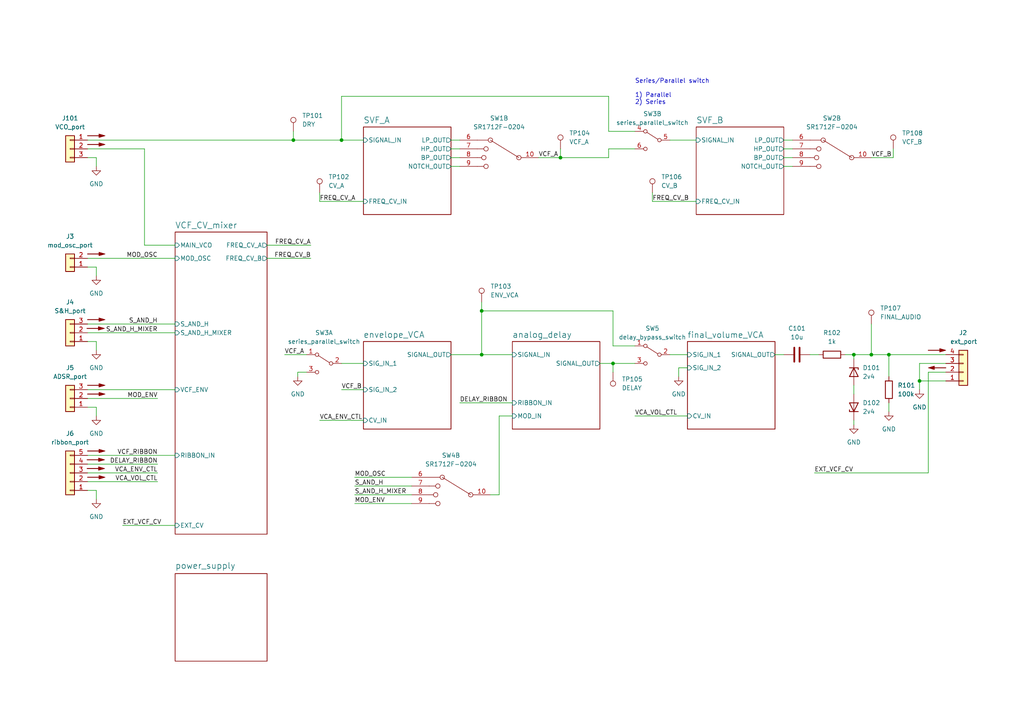
<source format=kicad_sch>
(kicad_sch (version 20211123) (generator eeschema)
  (paper "A4")
  (title_block (title "Josh Ox Ribbon Synth VCF/VCA/BBD board") (date "2023-01-07") (rev "1.0") (comment 1 "creativecommons.org/licenses/by/4.0/") (comment 2 "License: CC by 4.0") (comment 3 "Author: Jordan Aceto"))
  (lib_symbols
    (symbol "Connector:TestPoint" (pin_numbers hide) (pin_names (offset 0.762) hide)
      (property "Reference" "TP" (at 0 6.858 0))
      (property "Value" "TestPoint" (at 0 5.08 0))
      (symbol "TestPoint_0_1"
        (circle (center 0 3.302) (radius 0.762))
      )
      (symbol "TestPoint_1_1"
        (pin passive line (at 0 0 90) (length 2.54) (name "1") (number "1"))
      )
    )
    (symbol "Connector_Generic:Conn_01x02" (pin_names (offset 1.016) hide)
      (property "Reference" "J" (at 0 2.54 0))
      (property "Value" "Conn_01x02" (at 0 -5.08 0))
      (symbol "Conn_01x02_1_1"
        (rectangle (start -1.27 -2.413) (end 0 -2.667) (stroke (width 0.1524)))
        (rectangle (start -1.27 0.127) (end 0 -0.127) (stroke (width 0.1524)))
        (rectangle (start -1.27 1.27) (end 1.27 -3.81) (stroke (width 0.254)) (fill (type background)))
        (pin passive line (at -5.08 0 0) (length 3.81) (name "Pin_1") (number "1"))
        (pin passive line (at -5.08 -2.54 0) (length 3.81) (name "Pin_2") (number "2"))
      )
    )
    (symbol "Connector_Generic:Conn_01x03" (pin_names (offset 1.016) hide)
      (property "Reference" "J" (at 0 5.08 0))
      (property "Value" "Conn_01x03" (at 0 -5.08 0))
      (symbol "Conn_01x03_1_1"
        (rectangle (start -1.27 -2.413) (end 0 -2.667) (stroke (width 0.1524)))
        (rectangle (start -1.27 0.127) (end 0 -0.127) (stroke (width 0.1524)))
        (rectangle (start -1.27 2.667) (end 0 2.413) (stroke (width 0.1524)))
        (rectangle (start -1.27 3.81) (end 1.27 -3.81) (stroke (width 0.254)) (fill (type background)))
        (pin passive line (at -5.08 2.54 0) (length 3.81) (name "Pin_1") (number "1"))
        (pin passive line (at -5.08 0 0) (length 3.81) (name "Pin_2") (number "2"))
        (pin passive line (at -5.08 -2.54 0) (length 3.81) (name "Pin_3") (number "3"))
      )
    )
    (symbol "Connector_Generic:Conn_01x04" (pin_names (offset 1.016) hide)
      (property "Reference" "J" (at 0 5.08 0))
      (property "Value" "Conn_01x04" (at 0 -7.62 0))
      (symbol "Conn_01x04_1_1"
        (rectangle (start -1.27 -4.953) (end 0 -5.207) (stroke (width 0.1524)))
        (rectangle (start -1.27 -2.413) (end 0 -2.667) (stroke (width 0.1524)))
        (rectangle (start -1.27 0.127) (end 0 -0.127) (stroke (width 0.1524)))
        (rectangle (start -1.27 2.667) (end 0 2.413) (stroke (width 0.1524)))
        (rectangle (start -1.27 3.81) (end 1.27 -6.35) (stroke (width 0.254)) (fill (type background)))
        (pin passive line (at -5.08 2.54 0) (length 3.81) (name "Pin_1") (number "1"))
        (pin passive line (at -5.08 0 0) (length 3.81) (name "Pin_2") (number "2"))
        (pin passive line (at -5.08 -2.54 0) (length 3.81) (name "Pin_3") (number "3"))
        (pin passive line (at -5.08 -5.08 0) (length 3.81) (name "Pin_4") (number "4"))
      )
    )
    (symbol "Connector_Generic:Conn_01x05" (pin_names (offset 1.016) hide)
      (property "Reference" "J" (at 0 7.62 0))
      (property "Value" "Conn_01x05" (at 0 -7.62 0))
      (symbol "Conn_01x05_1_1"
        (rectangle (start -1.27 -4.953) (end 0 -5.207) (stroke (width 0.1524)))
        (rectangle (start -1.27 -2.413) (end 0 -2.667) (stroke (width 0.1524)))
        (rectangle (start -1.27 0.127) (end 0 -0.127) (stroke (width 0.1524)))
        (rectangle (start -1.27 2.667) (end 0 2.413) (stroke (width 0.1524)))
        (rectangle (start -1.27 5.207) (end 0 4.953) (stroke (width 0.1524)))
        (rectangle (start -1.27 6.35) (end 1.27 -6.35) (stroke (width 0.254)) (fill (type background)))
        (pin passive line (at -5.08 5.08 0) (length 3.81) (name "Pin_1") (number "1"))
        (pin passive line (at -5.08 2.54 0) (length 3.81) (name "Pin_2") (number "2"))
        (pin passive line (at -5.08 0 0) (length 3.81) (name "Pin_3") (number "3"))
        (pin passive line (at -5.08 -2.54 0) (length 3.81) (name "Pin_4") (number "4"))
        (pin passive line (at -5.08 -5.08 0) (length 3.81) (name "Pin_5") (number "5"))
      )
    )
    (symbol "Device:C" (pin_numbers hide) (pin_names (offset 0.254))
      (property "Reference" "C" (at 0.635 2.54 0))
      (property "Value" "C" (at 0.635 -2.54 0))
      (symbol "C_0_1"
        (polyline (pts (xy -2.032 -0.762) (xy 2.032 -0.762)) (stroke (width 0.508)))
        (polyline (pts (xy -2.032 0.762) (xy 2.032 0.762)) (stroke (width 0.508)))
      )
      (symbol "C_1_1"
        (pin passive line (at 0 3.81 270) (length 2.794) (name "~") (number "1"))
        (pin passive line (at 0 -3.81 90) (length 2.794) (name "~") (number "2"))
      )
    )
    (symbol "Device:D_Zener" (pin_numbers hide) (pin_names (offset 1.016) hide)
      (property "Reference" "D" (at 0 2.54 0))
      (property "Value" "D_Zener" (at 0 -2.54 0))
      (symbol "D_Zener_0_1"
        (polyline (pts (xy 1.27 0) (xy -1.27 0)))
        (polyline (pts (xy -1.27 -1.27) (xy -1.27 1.27) (xy -0.762 1.27)) (stroke (width 0.254)))
        (polyline (pts (xy 1.27 -1.27) (xy 1.27 1.27) (xy -1.27 0) (xy 1.27 -1.27)) (stroke (width 0.254)))
      )
      (symbol "D_Zener_1_1"
        (pin passive line (at -3.81 0 0) (length 2.54) (name "K") (number "1"))
        (pin passive line (at 3.81 0 180) (length 2.54) (name "A") (number "2"))
      )
    )
    (symbol "Device:R" (pin_numbers hide) (pin_names (offset 0))
      (property "Reference" "R" (at 2.032 0 90))
      (property "Value" "R" (at 0 0 90))
      (symbol "R_0_1"
        (rectangle (start -1.016 -2.54) (end 1.016 2.54) (stroke (width 0.254)))
      )
      (symbol "R_1_1"
        (pin passive line (at 0 3.81 270) (length 1.27) (name "~") (number "1"))
        (pin passive line (at 0 -3.81 90) (length 1.27) (name "~") (number "2"))
      )
    )
    (symbol "Graphic:SYM_Arrow_Normal" (pin_names (offset 1.016))
      (symbol "SYM_Arrow_Normal_0_1"
        (polyline (pts (xy 1.524 0) (xy -2.54 0)) (stroke (width 0.254)))
        (polyline (pts (xy 2.54 0) (xy 0.762 -0.508) (xy 0.762 0.508) (xy 2.54 0)) (fill (type outline)))
      )
    )
    (symbol "Switch:SW_DPDT_x2" (pin_names (offset 0) hide)
      (property "Reference" "SW" (at 0 4.318 0))
      (property "Value" "SW_DPDT_x2" (at 0 -5.08 0))
      (symbol "SW_DPDT_x2_0_0"
        (circle (center -2.032 0) (radius 0.508))
        (circle (center 2.032 -2.54) (radius 0.508))
      )
      (symbol "SW_DPDT_x2_0_1"
        (polyline (pts (xy -1.524 0.254) (xy 1.651 2.286)))
        (circle (center 2.032 2.54) (radius 0.508))
      )
      (symbol "SW_DPDT_x2_1_1"
        (pin passive line (at 5.08 2.54 180) (length 2.54) (name "A") (number "1"))
        (pin passive line (at -5.08 0 0) (length 2.54) (name "B") (number "2"))
        (pin passive line (at 5.08 -2.54 180) (length 2.54) (name "C") (number "3"))
      )
      (symbol "SW_DPDT_x2_2_1"
        (pin passive line (at 5.08 2.54 180) (length 2.54) (name "A") (number "4"))
        (pin passive line (at -5.08 0 0) (length 2.54) (name "B") (number "5"))
        (pin passive line (at 5.08 -2.54 180) (length 2.54) (name "C") (number "6"))
      )
    )
    (symbol "Switch:SW_SPDT" (pin_names (offset 0) hide)
      (property "Reference" "SW" (at 0 4.318 0))
      (property "Value" "SW_SPDT" (at 0 -5.08 0))
      (symbol "SW_SPDT_0_0"
        (circle (center -2.032 0) (radius 0.508))
        (circle (center 2.032 -2.54) (radius 0.508))
      )
      (symbol "SW_SPDT_0_1"
        (polyline (pts (xy -1.524 0.254) (xy 1.651 2.286)))
        (circle (center 2.032 2.54) (radius 0.508))
      )
      (symbol "SW_SPDT_1_1"
        (pin passive line (at 5.08 2.54 180) (length 2.54) (name "A") (number "1"))
        (pin passive line (at -5.08 0 0) (length 2.54) (name "B") (number "2"))
        (pin passive line (at 5.08 -2.54 180) (length 2.54) (name "C") (number "3"))
      )
    )
    (symbol "custom_symbols:SR1712F-0204" (pin_names (offset 1.016) hide)
      (property "Reference" "SW101" (at -1.27 11.43 0))
      (property "Value" "SR1712F-0204" (at -1.27 8.89 0))
      (symbol "SR1712F-0204_0_0"
        (circle (center -4.445 0) (radius 0.635))
        (polyline (pts (xy -4.445 0) (xy 3.81 5.08)))
        (polyline (pts (xy 4.445 5.08) (xy 7.62 5.08)))
        (polyline (pts (xy 5.715 -2.54) (xy 7.62 -2.54)))
        (polyline (pts (xy 5.715 2.54) (xy 7.62 2.54)))
        (polyline (pts (xy 6.35 0) (xy 7.62 0)))
        (circle (center 3.81 5.08) (radius 0.635))
        (circle (center 5.08 -2.54) (radius 0.635))
        (circle (center 5.08 2.54) (radius 0.635))
        (circle (center 5.715 0) (radius 0.635))
      )
      (symbol "SR1712F-0204_1_1"
        (pin passive line (at -10.16 0 0) (length 5.08) (name "1") (number "1"))
        (pin passive line (at 12.7 5.08 180) (length 5.08) (name "2") (number "2"))
        (pin passive line (at 12.7 2.54 180) (length 5.08) (name "3") (number "3"))
        (pin passive line (at 12.7 0 180) (length 5.08) (name "4") (number "4"))
        (pin passive line (at 12.7 -2.54 180) (length 5.08) (name "5") (number "5"))
      )
      (symbol "SR1712F-0204_2_1"
        (pin passive line (at -10.16 0 0) (length 5.08) (name "10") (number "10"))
        (pin passive line (at 12.7 5.08 180) (length 5.08) (name "6") (number "6"))
        (pin passive line (at 12.7 2.54 180) (length 5.08) (name "7") (number "7"))
        (pin passive line (at 12.7 0 180) (length 5.08) (name "8") (number "8"))
        (pin passive line (at 12.7 -2.54 180) (length 5.08) (name "9") (number "9"))
      )
    )
    (symbol "power:GND" (power) (pin_names (offset 0))
      (property "Value" "GND" (at 0 -3.81 0))
      (symbol "GND_0_1"
        (polyline (pts (xy 0 0) (xy 0 -1.27) (xy 1.27 -1.27) (xy 0 -2.54) (xy -1.27 -1.27) (xy 0 -1.27)))
      )
      (symbol "GND_1_1"
        (pin power_in line (at 0 0 270) (length 0) hide (name "GND") (number "1"))
      )
    )
  )
  (junction (at 247.65 102.87))
  (junction (at 85.09 40.64))
  (junction (at 99.06 40.64))
  (junction (at 177.8 105.41))
  (junction (at 139.7 90.17))
  (junction (at 257.81 102.87))
  (junction (at 162.56 45.72))
  (junction (at 252.73 102.87))
  (junction (at 139.7 102.87))
  (junction (at 266.7 110.49))
  (wire (pts (xy 92.71 58.42) (xy 105.41 58.42)))
  (wire (pts (xy 25.4 43.18) (xy 41.91 43.18)))
  (wire (pts (xy 144.78 120.65) (xy 148.59 120.65)))
  (wire (pts (xy 86.36 107.95) (xy 88.9 107.95)))
  (wire (pts (xy 274.32 105.41) (xy 266.7 105.41)))
  (wire (pts (xy 105.41 121.92) (xy 92.71 121.92)))
  (wire (pts (xy 27.94 80.01) (xy 27.94 77.47)))
  (wire (pts (xy 99.06 27.94) (xy 176.53 27.94)))
  (wire (pts (xy 194.31 40.64) (xy 201.93 40.64)))
  (wire (pts (xy 102.87 140.97) (xy 119.38 140.97)))
  (wire (pts (xy 189.23 55.88) (xy 189.23 58.42)))
  (wire (pts (xy 142.24 143.51) (xy 144.78 143.51)))
  (wire (pts (xy 177.8 100.33) (xy 177.8 90.17)))
  (wire (pts (xy 177.8 105.41) (xy 184.15 105.41)))
  (wire (pts (xy 102.87 146.05) (xy 119.38 146.05)))
  (wire (pts (xy 27.94 142.24) (xy 25.4 142.24)))
  (wire (pts (xy 247.65 102.87) (xy 252.73 102.87)))
  (wire (pts (xy 227.33 48.26) (xy 229.87 48.26)))
  (wire (pts (xy 41.91 43.18) (xy 41.91 71.12)))
  (wire (pts (xy 27.94 118.11) (xy 25.4 118.11)))
  (wire (pts (xy 176.53 43.18) (xy 184.15 43.18)))
  (wire (pts (xy 257.81 102.87) (xy 274.32 102.87)))
  (wire (pts (xy 102.87 143.51) (xy 119.38 143.51)))
  (wire (pts (xy 177.8 90.17) (xy 139.7 90.17)))
  (wire (pts (xy 173.99 105.41) (xy 177.8 105.41)))
  (wire (pts (xy 82.55 102.87) (xy 88.9 102.87)))
  (wire (pts (xy 25.4 137.16) (xy 45.72 137.16)))
  (wire (pts (xy 25.4 134.62) (xy 45.72 134.62)))
  (wire (pts (xy 130.81 102.87) (xy 139.7 102.87)))
  (wire (pts (xy 139.7 87.63) (xy 139.7 90.17)))
  (wire (pts (xy 266.7 113.03) (xy 266.7 110.49)))
  (wire (pts (xy 27.94 120.65) (xy 27.94 118.11)))
  (wire (pts (xy 130.81 48.26) (xy 133.35 48.26)))
  (wire (pts (xy 257.81 102.87) (xy 257.81 109.22)))
  (wire (pts (xy 130.81 40.64) (xy 133.35 40.64)))
  (wire (pts (xy 25.4 132.08) (xy 50.8 132.08)))
  (wire (pts (xy 130.81 45.72) (xy 133.35 45.72)))
  (wire (pts (xy 196.85 106.68) (xy 199.39 106.68)))
  (wire (pts (xy 236.22 137.16) (xy 269.24 137.16)))
  (wire (pts (xy 252.73 45.72) (xy 259.08 45.72)))
  (wire (pts (xy 227.33 45.72) (xy 229.87 45.72)))
  (wire (pts (xy 99.06 105.41) (xy 105.41 105.41)))
  (wire (pts (xy 194.31 102.87) (xy 199.39 102.87)))
  (wire (pts (xy 27.94 144.78) (xy 27.94 142.24)))
  (wire (pts (xy 41.91 71.12) (xy 50.8 71.12)))
  (wire (pts (xy 156.21 45.72) (xy 162.56 45.72)))
  (wire (pts (xy 199.39 120.65) (xy 184.15 120.65)))
  (wire (pts (xy 85.09 40.64) (xy 99.06 40.64)))
  (wire (pts (xy 102.87 138.43) (xy 119.38 138.43)))
  (wire (pts (xy 77.47 74.93) (xy 90.17 74.93)))
  (wire (pts (xy 27.94 77.47) (xy 25.4 77.47)))
  (wire (pts (xy 227.33 40.64) (xy 229.87 40.64)))
  (wire (pts (xy 148.59 116.84) (xy 133.35 116.84)))
  (wire (pts (xy 25.4 93.98) (xy 50.8 93.98)))
  (wire (pts (xy 274.32 107.95) (xy 269.24 107.95)))
  (wire (pts (xy 25.4 40.64) (xy 85.09 40.64)))
  (wire (pts (xy 99.06 113.03) (xy 105.41 113.03)))
  (wire (pts (xy 99.06 40.64) (xy 105.41 40.64)))
  (wire (pts (xy 247.65 121.92) (xy 247.65 123.19)))
  (wire (pts (xy 176.53 27.94) (xy 176.53 38.1)))
  (wire (pts (xy 227.33 43.18) (xy 229.87 43.18)))
  (wire (pts (xy 77.47 71.12) (xy 90.17 71.12)))
  (wire (pts (xy 27.94 101.6) (xy 27.94 99.06)))
  (wire (pts (xy 259.08 43.18) (xy 259.08 45.72)))
  (wire (pts (xy 27.94 99.06) (xy 25.4 99.06)))
  (wire (pts (xy 234.95 102.87) (xy 237.49 102.87)))
  (wire (pts (xy 252.73 93.98) (xy 252.73 102.87)))
  (wire (pts (xy 139.7 90.17) (xy 139.7 102.87)))
  (wire (pts (xy 144.78 143.51) (xy 144.78 120.65)))
  (wire (pts (xy 247.65 104.14) (xy 247.65 102.87)))
  (wire (pts (xy 184.15 100.33) (xy 177.8 100.33)))
  (wire (pts (xy 162.56 45.72) (xy 176.53 45.72)))
  (wire (pts (xy 177.8 107.95) (xy 177.8 105.41)))
  (wire (pts (xy 130.81 43.18) (xy 133.35 43.18)))
  (wire (pts (xy 85.09 38.1) (xy 85.09 40.64)))
  (wire (pts (xy 99.06 40.64) (xy 99.06 27.94)))
  (wire (pts (xy 201.93 58.42) (xy 189.23 58.42)))
  (wire (pts (xy 25.4 113.03) (xy 50.8 113.03)))
  (wire (pts (xy 25.4 96.52) (xy 50.8 96.52)))
  (wire (pts (xy 257.81 119.38) (xy 257.81 116.84)))
  (wire (pts (xy 266.7 110.49) (xy 274.32 110.49)))
  (wire (pts (xy 266.7 105.41) (xy 266.7 110.49)))
  (wire (pts (xy 184.15 38.1) (xy 176.53 38.1)))
  (wire (pts (xy 25.4 115.57) (xy 45.72 115.57)))
  (wire (pts (xy 27.94 45.72) (xy 25.4 45.72)))
  (wire (pts (xy 139.7 102.87) (xy 148.59 102.87)))
  (wire (pts (xy 25.4 74.93) (xy 50.8 74.93)))
  (wire (pts (xy 92.71 55.88) (xy 92.71 58.42)))
  (wire (pts (xy 247.65 114.3) (xy 247.65 111.76)))
  (wire (pts (xy 196.85 109.22) (xy 196.85 106.68)))
  (wire (pts (xy 224.79 102.87) (xy 227.33 102.87)))
  (wire (pts (xy 245.11 102.87) (xy 247.65 102.87)))
  (wire (pts (xy 162.56 43.18) (xy 162.56 45.72)))
  (wire (pts (xy 25.4 139.7) (xy 45.72 139.7)))
  (wire (pts (xy 86.36 107.95) (xy 86.36 109.22)))
  (wire (pts (xy 35.56 152.4) (xy 50.8 152.4)))
  (wire (pts (xy 176.53 45.72) (xy 176.53 43.18)))
  (wire (pts (xy 27.94 48.26) (xy 27.94 45.72)))
  (wire (pts (xy 252.73 102.87) (xy 257.81 102.87)))
  (wire (pts (xy 269.24 107.95) (xy 269.24 137.16)))
  (text "Series/Parallel switch\n\n1) Parallel\n2) Series" (at 184.15 30.48 0) (effects (font (size 1.27 1.27)) (justify left bottom)))
  (label "EXT_VCF_CV" (at 236.22 137.16 0))
  (label "S_AND_H" (at 45.72 93.98 180))
  (label "FREQ_CV_B" (at 189.23 58.42 0))
  (label "FREQ_CV_A" (at 90.17 71.12 180))
  (label "MOD_ENV" (at 102.87 146.05 0))
  (label "VCF_A" (at 156.21 45.72 0))
  (label "VCF_RIBBON" (at 45.72 132.08 180))
  (label "VCA_ENV_CTL" (at 92.71 121.92 0))
  (label "VCA_VOL_CTL" (at 45.72 139.7 180))
  (label "MOD_ENV" (at 45.72 115.57 180))
  (label "DELAY_RIBBON" (at 45.72 134.62 180))
  (label "DELAY_RIBBON" (at 133.35 116.84 0))
  (label "MOD_OSC" (at 45.72 74.93 180))
  (label "VCF_B" (at 252.73 45.72 0))
  (label "S_AND_H" (at 102.87 140.97 0))
  (label "EXT_VCF_CV" (at 35.56 152.4 0))
  (label "VCF_A" (at 82.55 102.87 0))
  (label "VCA_VOL_CTL" (at 184.15 120.65 0))
  (label "VCA_ENV_CTL" (at 45.72 137.16 180))
  (label "MOD_OSC" (at 102.87 138.43 0))
  (label "S_AND_H_MIXER" (at 102.87 143.51 0))
  (label "S_AND_H_MIXER" (at 45.72 96.52 180))
  (label "FREQ_CV_A" (at 92.71 58.42 0))
  (label "FREQ_CV_B" (at 90.17 74.93 180))
  (label "VCF_B" (at 99.06 113.03 0))
  (symbol (lib_id "power:GND") (at 247.65 123.19 0) (unit 1)
    (property "Reference" "#PWR0125" (effects hide))
    (property "Value" "GND" (at 247.65 128.27 0))
  )
  (symbol (lib_id "Graphic:SYM_Arrow_Normal") (at 27.94 41.91 0) (unit 1)
    (property "Reference" "#SYM113" (effects hide))
    (property "Value" "SYM_Arrow_Normal" (effects hide))
  )
  (symbol (lib_id "Connector_Generic:Conn_01x03") (at 20.32 96.52 180) (unit 1)
    (property "Reference" "J4" (at 20.32 87.63 0))
    (property "Value" "S&H_port" (at 20.32 90.17 0))
    (property "Footprint" "Connector_Molex:Molex_KK-254_AE-6410-03A_1x03_P2.54mm_Vertical" (effects hide))
  )
  (symbol (lib_id "Connector_Generic:Conn_01x03") (at 20.32 43.18 0) (mirror y) (unit 1)
    (property "Reference" "J101" (at 20.32 34.29 0))
    (property "Value" "VCO_port" (at 20.32 36.83 0))
    (property "Footprint" "Connector_Molex:Molex_KK-254_AE-6410-03A_1x03_P2.54mm_Vertical" (effects hide))
  )
  (symbol (lib_id "Graphic:SYM_Arrow_Normal") (at 27.94 39.37 0) (unit 1)
    (property "Reference" "#SYM104" (effects hide))
    (property "Value" "SYM_Arrow_Normal" (effects hide))
  )
  (symbol (lib_id "Graphic:SYM_Arrow_Normal") (at 27.94 111.76 0) (unit 1)
    (property "Reference" "#SYM107" (effects hide))
    (property "Value" "SYM_Arrow_Normal" (effects hide))
  )
  (symbol (lib_id "power:GND") (at 27.94 101.6 0) (mirror y) (unit 1)
    (property "Reference" "#PWR0103" (effects hide))
    (property "Value" "GND" (at 27.94 106.68 0))
  )
  (symbol (lib_id "Connector:TestPoint") (at 252.73 93.98 0) (unit 1) (in_bom no)
    (property "Reference" "TP107" (at 255.27 89.4079 0) (effects (justify left)))
    (property "Value" "FINAL_AUDIO" (at 255.27 91.9479 0) (effects (justify left)))
    (property "Footprint" "TestPoint:TestPoint_Keystone_5000-5004_Miniature" (effects hide))
  )
  (symbol (lib_id "Switch:SW_DPDT_x2") (at 189.23 40.64 0) (mirror y) (unit 2)
    (property "Reference" "SW3" (at 189.23 33.02 0))
    (property "Value" "series_parallel_switch" (at 189.23 35.56 0))
    (property "Footprint" "custom_footprints:DPDT_mini_toggle" (effects hide))
  )
  (symbol (lib_id "Connector_Generic:Conn_01x02") (at 20.32 77.47 180) (unit 1)
    (property "Reference" "J3" (at 20.32 68.58 0))
    (property "Value" "mod_osc_port" (at 20.32 71.12 0))
    (property "Footprint" "Connector_Molex:Molex_KK-254_AE-6410-02A_1x02_P2.54mm_Vertical" (effects hide))
  )
  (symbol (lib_id "Device:D_Zener") (at 247.65 107.95 270) (unit 1)
    (property "Reference" "D101" (at 250.19 106.6799 90) (effects (justify left)))
    (property "Value" "2v4" (at 250.19 109.2199 90) (effects (justify left)))
    (property "Footprint" "Diode_SMD:D_SOD-123" (effects hide))
  )
  (symbol (lib_id "Graphic:SYM_Arrow_Normal") (at 27.8149 135.89 0) (unit 1)
    (property "Reference" "#SYM103" (effects hide))
    (property "Value" "SYM_Arrow_Normal" (effects hide))
  )
  (symbol (lib_id "Graphic:SYM_Arrow_Normal") (at 27.94 138.43 0) (unit 1)
    (property "Reference" "#SYM110" (effects hide))
    (property "Value" "SYM_Arrow_Normal" (effects hide))
  )
  (symbol (lib_id "Connector:TestPoint") (at 139.7 87.63 0) (unit 1) (in_bom no)
    (property "Reference" "TP103" (at 142.24 83.0579 0) (effects (justify left)))
    (property "Value" "ENV_VCA" (at 142.24 85.5979 0) (effects (justify left)))
    (property "Footprint" "TestPoint:TestPoint_Keystone_5000-5004_Miniature" (effects hide))
  )
  (symbol (lib_id "Graphic:SYM_Arrow_Normal") (at 27.94 114.3 0) (unit 1)
    (property "Reference" "#SYM108" (effects hide))
    (property "Value" "SYM_Arrow_Normal" (effects hide))
  )
  (symbol (lib_id "Graphic:SYM_Arrow_Normal") (at 27.94 92.71 0) (unit 1)
    (property "Reference" "#SYM106" (effects hide))
    (property "Value" "SYM_Arrow_Normal" (effects hide))
  )
  (symbol (lib_id "Graphic:SYM_Arrow_Normal") (at 27.94 73.66 0) (unit 1)
    (property "Reference" "#SYM105" (effects hide))
    (property "Value" "SYM_Arrow_Normal" (effects hide))
  )
  (symbol (lib_id "power:GND") (at 196.85 109.22 0) (unit 1)
    (property "Reference" "#PWR0112" (effects hide))
    (property "Value" "GND" (at 196.85 114.3 0))
  )
  (symbol (lib_id "power:GND") (at 266.7 113.03 0) (unit 1)
    (property "Reference" "#PWR0107" (effects hide))
    (property "Value" "GND" (at 266.7 118.11 0))
  )
  (symbol (lib_id "Connector:TestPoint") (at 177.8 107.95 0) (mirror x) (unit 1) (in_bom no)
    (property "Reference" "TP105" (at 180.34 109.9819 0) (effects (justify left)))
    (property "Value" "DELAY" (at 180.34 112.5219 0) (effects (justify left)))
    (property "Footprint" "TestPoint:TestPoint_Keystone_5000-5004_Miniature" (effects hide))
  )
  (symbol (lib_id "power:GND") (at 27.94 48.26 0) (mirror y) (unit 1)
    (property "Reference" "#PWR0101" (effects hide))
    (property "Value" "GND" (at 27.94 53.34 0))
  )
  (symbol (lib_id "Device:R") (at 241.3 102.87 90) (mirror x) (unit 1)
    (property "Reference" "R102" (at 241.3 96.52 90))
    (property "Value" "1k" (at 241.3 99.06 90))
    (property "Footprint" "Resistor_SMD:R_0805_2012Metric" (effects hide))
  )
  (symbol (lib_id "power:GND") (at 257.81 119.38 0) (unit 1)
    (property "Reference" "#PWR0111" (effects hide))
    (property "Value" "GND" (at 257.81 124.46 0))
  )
  (symbol (lib_id "custom_symbols:SR1712F-0204") (at 132.08 143.51 0) (mirror y) (unit 2)
    (property "Reference" "SW4" (at 130.81 132.08 0))
    (property "Value" "SR1712F-0204" (at 130.81 134.62 0))
    (property "Footprint" "custom_footprints:SR1712F_rotary_switch" (effects hide))
  )
  (symbol (lib_id "Connector:TestPoint") (at 85.09 38.1 0) (unit 1) (in_bom no)
    (property "Reference" "TP101" (at 87.63 33.5279 0) (effects (justify left)))
    (property "Value" "DRY" (at 87.63 36.0679 0) (effects (justify left)))
    (property "Footprint" "TestPoint:TestPoint_Keystone_5000-5004_Miniature" (effects hide))
  )
  (symbol (lib_id "Device:C") (at 231.14 102.87 90) (unit 1)
    (property "Reference" "C101" (at 231.14 95.25 90))
    (property "Value" "10u" (at 231.14 97.79 90))
    (property "Footprint" "Capacitor_THT:C_Radial_D6.3mm_H7.0mm_P2.50mm" (effects hide))
  )
  (symbol (lib_id "custom_symbols:SR1712F-0204") (at 146.05 45.72 0) (mirror y) (unit 2)
    (property "Reference" "SW1" (at 144.78 34.29 0))
    (property "Value" "SR1712F-0204" (at 144.78 36.83 0))
    (property "Footprint" "custom_footprints:SR1712F_rotary_switch" (effects hide))
  )
  (symbol (lib_id "power:GND") (at 86.36 109.22 0) (unit 1)
    (property "Reference" "#PWR0106" (effects hide))
    (property "Value" "GND" (at 86.36 114.3 0))
  )
  (symbol (lib_id "Switch:SW_DPDT_x2") (at 93.98 105.41 0) (mirror y) (unit 1)
    (property "Reference" "SW3" (at 93.98 96.52 0))
    (property "Value" "series_parallel_switch" (at 93.98 99.06 0))
    (property "Footprint" "custom_footprints:DPDT_mini_toggle" (effects hide))
  )
  (symbol (lib_id "power:GND") (at 27.94 120.65 0) (mirror y) (unit 1)
    (property "Reference" "#PWR0104" (effects hide))
    (property "Value" "GND" (at 27.94 125.73 0))
  )
  (symbol (lib_id "Connector:TestPoint") (at 259.08 43.18 0) (unit 1) (in_bom no)
    (property "Reference" "TP108" (at 261.62 38.6079 0) (effects (justify left)))
    (property "Value" "VCF_B" (at 261.62 41.1479 0) (effects (justify left)))
    (property "Footprint" "TestPoint:TestPoint_Keystone_5000-5004_Miniature" (effects hide))
  )
  (symbol (lib_id "Connector:TestPoint") (at 189.23 55.88 0) (unit 1) (in_bom no)
    (property "Reference" "TP106" (at 191.77 51.3079 0) (effects (justify left)))
    (property "Value" "CV_B" (at 191.77 53.8479 0) (effects (justify left)))
    (property "Footprint" "TestPoint:TestPoint_Keystone_5000-5004_Miniature" (effects hide))
  )
  (symbol (lib_id "Switch:SW_SPDT") (at 189.23 102.87 0) (mirror y) (unit 1)
    (property "Reference" "SW5" (at 189.23 95.25 0))
    (property "Value" "delay_bypass_switch" (at 189.23 97.79 0))
    (property "Footprint" "custom_footprints:SPDT_mini_toggle" (effects hide))
  )
  (symbol (lib_id "Connector_Generic:Conn_01x04") (at 279.4 107.95 0) (mirror x) (unit 1)
    (property "Reference" "J2" (at 278.13 96.52 0) (effects (justify left)))
    (property "Value" "ext_port" (at 275.59 99.06 0) (effects (justify left)))
    (property "Footprint" "Connector_Molex:Molex_KK-254_AE-6410-04A_1x04_P2.54mm_Vertical" (effects hide))
  )
  (symbol (lib_id "Connector_Generic:Conn_01x05") (at 20.32 137.16 180) (unit 1)
    (property "Reference" "J6" (at 20.32 125.73 0))
    (property "Value" "ribbon_port" (at 20.32 128.27 0))
    (property "Footprint" "Connector_Molex:Molex_KK-254_AE-6410-05A_1x05_P2.54mm_Vertical" (effects hide))
  )
  (symbol (lib_id "power:GND") (at 27.94 144.78 0) (mirror y) (unit 1)
    (property "Reference" "#PWR0105" (effects hide))
    (property "Value" "GND" (at 27.94 149.86 0))
  )
  (symbol (lib_id "Device:D_Zener") (at 247.65 118.11 90) (unit 1)
    (property "Reference" "D102" (at 250.19 116.8399 90) (effects (justify right)))
    (property "Value" "2v4" (at 250.19 119.3799 90) (effects (justify right)))
    (property "Footprint" "Diode_SMD:D_SOD-123" (effects hide))
  )
  (symbol (lib_id "custom_symbols:SR1712F-0204") (at 242.57 45.72 0) (mirror y) (unit 2)
    (property "Reference" "SW2" (at 241.3 34.29 0))
    (property "Value" "SR1712F-0204" (at 241.3 36.83 0))
    (property "Footprint" "custom_footprints:SR1712F_rotary_switch" (effects hide))
  )
  (symbol (lib_id "Connector:TestPoint") (at 162.56 43.18 0) (unit 1) (in_bom no)
    (property "Reference" "TP104" (at 165.1 38.6079 0) (effects (justify left)))
    (property "Value" "VCF_A" (at 165.1 41.1479 0) (effects (justify left)))
    (property "Footprint" "TestPoint:TestPoint_Keystone_5000-5004_Miniature" (effects hide))
  )
  (symbol (lib_id "Graphic:SYM_Arrow_Normal") (at 27.8149 133.35 0) (unit 1)
    (property "Reference" "#SYM102" (effects hide))
    (property "Value" "SYM_Arrow_Normal" (effects hide))
  )
  (symbol (lib_id "Device:R") (at 257.81 113.03 0) (mirror y) (unit 1)
    (property "Reference" "R101" (at 260.35 111.7599 0) (effects (justify right)))
    (property "Value" "100k" (at 260.35 114.2999 0) (effects (justify right)))
    (property "Footprint" "Resistor_SMD:R_0805_2012Metric" (effects hide))
  )
  (symbol (lib_id "Graphic:SYM_Arrow_Normal") (at 271.78 101.6 0) (unit 1)
    (property "Reference" "#SYM111" (effects hide))
    (property "Value" "SYM_Arrow_Normal" (effects hide))
  )
  (symbol (lib_id "Connector_Generic:Conn_01x03") (at 20.32 115.57 180) (unit 1)
    (property "Reference" "J5" (at 20.32 106.68 0))
    (property "Value" "ADSR_port" (at 20.32 109.22 0))
    (property "Footprint" "Connector_Molex:Molex_KK-254_AE-6410-03A_1x03_P2.54mm_Vertical" (effects hide))
  )
  (symbol (lib_id "Graphic:SYM_Arrow_Normal") (at 27.94 130.81 0) (unit 1)
    (property "Reference" "#SYM109" (effects hide))
    (property "Value" "SYM_Arrow_Normal" (effects hide))
  )
  (symbol (lib_id "Graphic:SYM_Arrow_Normal") (at 27.7716 95.25 0) (unit 1)
    (property "Reference" "#SYM101" (effects hide))
    (property "Value" "SYM_Arrow_Normal" (effects hide))
  )
  (symbol (lib_id "Graphic:SYM_Arrow_Normal") (at 271.78 106.68 180) (unit 1)
    (property "Reference" "#SYM112" (effects hide))
    (property "Value" "SYM_Arrow_Normal" (effects hide))
  )
  (symbol (lib_id "Connector:TestPoint") (at 92.71 55.88 0) (unit 1) (in_bom no)
    (property "Reference" "TP102" (at 95.25 51.3079 0) (effects (justify left)))
    (property "Value" "CV_A" (at 95.25 53.8479 0) (effects (justify left)))
    (property "Footprint" "TestPoint:TestPoint_Keystone_5000-5004_Miniature" (effects hide))
  )
  (symbol (lib_id "power:GND") (at 27.94 80.01 0) (mirror y) (unit 1)
    (property "Reference" "#PWR0102" (effects hide))
    (property "Value" "GND" (at 27.94 85.09 0))
  )
  (sheet (at 105.41 36.83) (size 25.4 25.4) (stroke (width 0.1524))
    (property "Sheet name" "SVF_A" (at 105.41 35.8784 0) (effects (font (size 1.75 1.75)) (justify left bottom)))
    (property "Sheet file" "SVF.kicad_sch" (effects hide))
    (pin "LP_OUT" output (at 130.81 40.64 0))
    (pin "HP_OUT" output (at 130.81 43.18 0))
    (pin "SIGNAL_IN" input (at 105.41 40.64 180))
    (pin "BP_OUT" output (at 130.81 45.72 0))
    (pin "FREQ_CV_IN" input (at 105.41 58.42 180))
    (pin "NOTCH_OUT" output (at 130.81 48.26 0))
  )
  (sheet (at 201.93 36.83) (size 25.4 25.4) (stroke (width 0.1524))
    (property "Sheet name" "SVF_B" (at 201.93 35.8784 0) (effects (font (size 1.75 1.75)) (justify left bottom)))
    (property "Sheet file" "SVF.kicad_sch" (effects hide))
    (pin "LP_OUT" output (at 227.33 40.64 0))
    (pin "HP_OUT" output (at 227.33 43.18 0))
    (pin "SIGNAL_IN" input (at 201.93 40.64 180))
    (pin "BP_OUT" output (at 227.33 45.72 0))
    (pin "FREQ_CV_IN" input (at 201.93 58.42 180))
    (pin "NOTCH_OUT" output (at 227.33 48.26 0))
  )
  (sheet (at 199.39 99.06) (size 25.4 25.4) (stroke (width 0.1524))
    (property "Sheet name" "final_volume_VCA" (at 199.39 98.1334 0) (effects (font (size 1.7 1.7)) (justify left bottom)))
    (property "Sheet file" "VCA.kicad_sch" (effects hide))
    (pin "SIGNAL_OUT" output (at 224.79 102.87 0))
    (pin "CV_IN" input (at 199.39 120.65 180))
    (pin "SIG_IN_1" input (at 199.39 102.87 180))
    (pin "SIG_IN_2" input (at 199.39 106.68 180))
  )
  (sheet (at 50.8 166.37) (size 26.67 25.4) (stroke (width 0.1524))
    (property "Sheet name" "power_supply" (at 50.8 165.1 0) (effects (font (size 1.75 1.75)) (justify left bottom)))
    (property "Sheet file" "power_supply.kicad_sch" (effects hide))
  )
  (sheet (at 105.41 99.06) (size 25.4 25.4) (stroke (width 0.1524))
    (property "Sheet name" "envelope_VCA" (at 105.41 98.1084 0) (effects (font (size 1.75 1.75)) (justify left bottom)))
    (property "Sheet file" "VCA.kicad_sch" (effects hide))
    (pin "SIGNAL_OUT" output (at 130.81 102.87 0))
    (pin "CV_IN" input (at 105.41 121.92 180))
    (pin "SIG_IN_1" input (at 105.41 105.41 180))
    (pin "SIG_IN_2" input (at 105.41 113.03 180))
  )
  (sheet (at 148.59 99.06) (size 25.4 25.4) (stroke (width 0.1524))
    (property "Sheet name" "analog_delay" (at 148.59 98.1084 0) (effects (font (size 1.75 1.75)) (justify left bottom)))
    (property "Sheet file" "analog_delay.kicad_sch" (effects hide))
    (pin "SIGNAL_OUT" output (at 173.99 105.41 0))
    (pin "SIGNAL_IN" input (at 148.59 102.87 180))
    (pin "RIBBON_IN" input (at 148.59 116.84 180))
    (pin "MOD_IN" input (at 148.59 120.65 180))
  )
  (sheet (at 50.8 67.31) (size 26.67 87.63) (stroke (width 0.1524))
    (property "Sheet name" "VCF_CV_mixer" (at 50.8 66.3584 0) (effects (font (size 1.75 1.75)) (justify left bottom)))
    (property "Sheet file" "CV_mixer.kicad_sch" (effects hide))
    (pin "EXT_CV" input (at 50.8 152.4 180))
    (pin "S_AND_H" input (at 50.8 93.98 180))
    (pin "MOD_OSC" input (at 50.8 74.93 180))
    (pin "S_AND_H_MIXER" input (at 50.8 96.52 180))
    (pin "VCF_ENV" input (at 50.8 113.03 180))
    (pin "FREQ_CV_B" output (at 77.47 74.93 0))
    (pin "FREQ_CV_A" output (at 77.47 71.12 0))
    (pin "RIBBON_IN" input (at 50.8 132.08 180))
    (pin "MAIN_VCO" input (at 50.8 71.12 180))
  )
)
</source>
